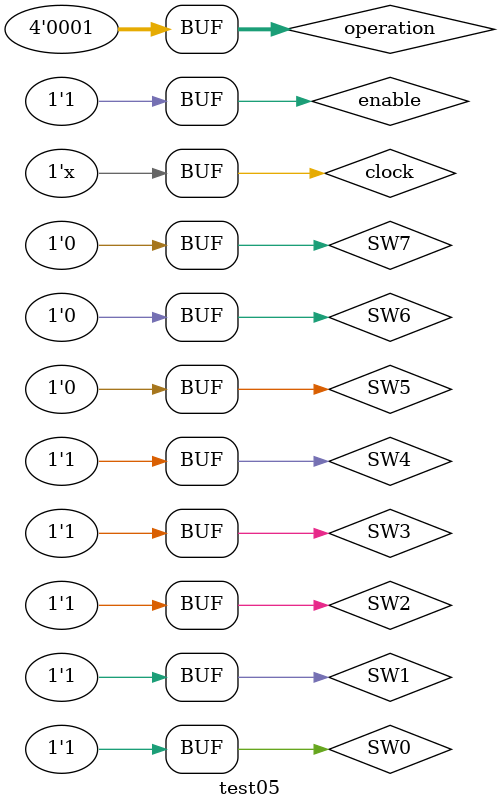
<source format=v>
`timescale 1ns / 1ps


module test05;

	// Inputs
	reg [0:0] clock;
	reg [0:0] SW0;
	reg [0:0] SW1;
	reg [0:0] SW2;
	reg [0:0] SW3;
	reg [0:0] SW4;
	reg [0:0] SW5;
	reg [0:0] SW6;
	reg [0:0] SW7;
	reg [0:0] enable;
	reg [3:0] operation;

	// Outputs
	wire [3:0] rezult;

	// Instantiate the Unit Under Test (UUT)
	CPU uut (
		.clock(clock), 
		.SW0(SW0), 
		.SW1(SW1), 
		.SW2(SW2), 
		.SW3(SW3), 
		.SW4(SW4), 
		.SW5(SW5), 
		.SW6(SW6), 
		.SW7(SW7), 
		.enable(enable), 
		.operation(operation), 
		.rezult(rezult)
	);

	initial begin
		// Initialize Inputs
		clock = 0;
		SW0 = 1;
		SW1 = 1;
		SW2 = 1;
		SW3 = 1;
		SW4 = 1;
		SW5 = 0;
		SW6 = 0;
		SW7 = 0;
		enable = 1;
		operation = 2'b01;

		// Wait 100 ns for global reset to finish
		#100;
        
		// Add stimulus here

	end
	always @(*)
	begin
	clock <= ~clock;
	end
      
endmodule


</source>
